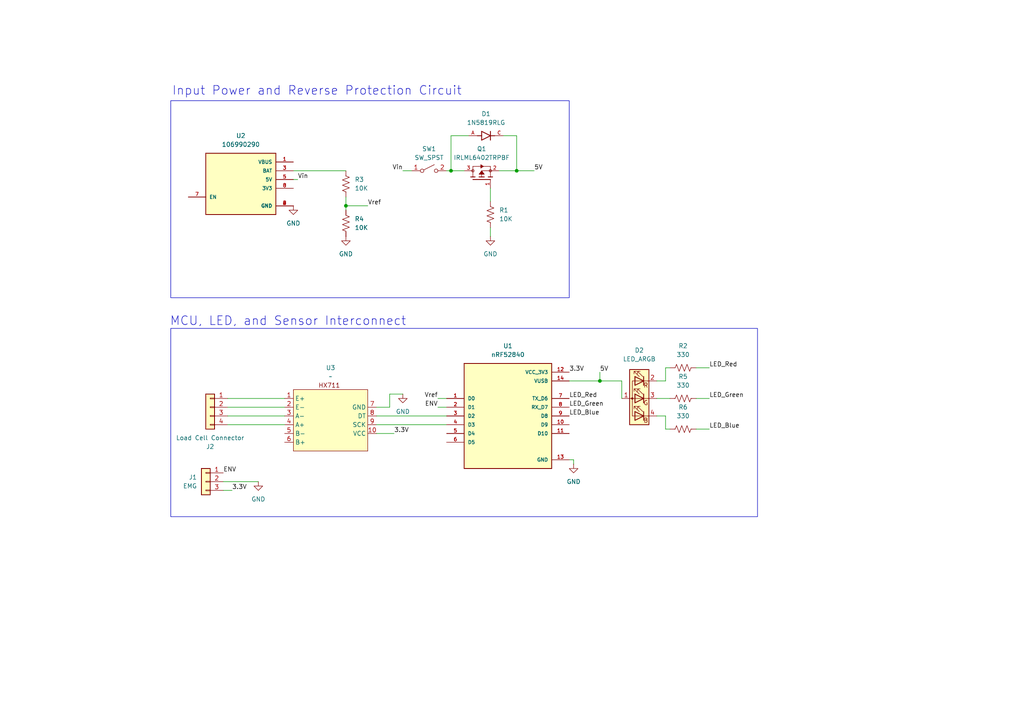
<source format=kicad_sch>
(kicad_sch (version 20250114) (generator "eeschema") (generator_version "9.0")
  (paper "A4")
  (lib_symbols
    (symbol "106990290:106990290" (pin_names (offset 1.016))
      (property "Reference" "U" (at -10.16 8.382 0))
      (property "Value" "106990290" (at -10.16 -12.7 0))
      (symbol "106990290_0_0"
        (rectangle (start -10.16 -10.16) (end 10.16 7.62) (stroke (width 0.254)) (fill (type background)))
        (pin input line (at -15.24 -5.08 0) (length 5.08) (name "EN") (number "7"))
        (pin power_in line (at 15.24 5.08 180) (length 5.08) (name "VBUS") (number "1"))
        (pin power_in line (at 15.24 2.54 180) (length 5.08) (name "BAT") (number "3"))
        (pin power_in line (at 15.24 0 180) (length 5.08) (name "5V") (number "5"))
        (pin power_in line (at 15.24 -2.54 180) (length 5.08) (name "3V3") (number "8"))
        (pin power_in line (at 15.24 -7.62 180) (length 5.08) (name "GND") (number "2"))
        (pin power_in line (at 15.24 -7.62 180) (length 5.08) (name "GND") (number "4"))
        (pin power_in line (at 15.24 -7.62 180) (length 5.08) (name "GND") (number "6"))
      )
    )
    (symbol "113991054:113991054" (pin_names (offset 1.016))
      (property "Reference" "U" (at -12.7 16.002 0))
      (property "Value" "113991054" (at -12.7 -17.78 0))
      (symbol "113991054_0_0"
        (rectangle (start -12.7 -15.24) (end 12.7 15.24) (stroke (width 0.254)) (fill (type background)))
        (pin bidirectional line (at -17.78 5.08 0) (length 5.08) (name "D0") (number "1"))
        (pin bidirectional line (at -17.78 2.54 0) (length 5.08) (name "D1") (number "2"))
        (pin bidirectional line (at -17.78 0 0) (length 5.08) (name "D2") (number "3"))
        (pin bidirectional line (at -17.78 -2.54 0) (length 5.08) (name "D3") (number "4"))
        (pin bidirectional line (at -17.78 -5.08 0) (length 5.08) (name "D4") (number "5"))
        (pin bidirectional line (at -17.78 -7.62 0) (length 5.08) (name "D5") (number "6"))
        (pin power_in line (at 17.78 12.7 180) (length 5.08) (name "VCC_3V3") (number "12"))
        (pin power_in line (at 17.78 10.16 180) (length 5.08) (name "VUSB") (number "14"))
        (pin bidirectional line (at 17.78 5.08 180) (length 5.08) (name "TX_D6") (number "7"))
        (pin bidirectional line (at 17.78 2.54 180) (length 5.08) (name "RX_D7") (number "8"))
        (pin bidirectional line (at 17.78 0 180) (length 5.08) (name "D8") (number "9"))
        (pin bidirectional line (at 17.78 -2.54 180) (length 5.08) (name "D9") (number "10"))
        (pin bidirectional line (at 17.78 -5.08 180) (length 5.08) (name "D10") (number "11"))
        (pin power_in line (at 17.78 -12.7 180) (length 5.08) (name "GND") (number "13"))
      )
    )
    (symbol "1N5819RLG:1N5819RLG" (pin_names (offset 1.016))
      (property "Reference" "D" (at -5.08 2.54 0))
      (property "Value" "1N5819RLG" (at -5.08 -3.81 0))
      (symbol "1N5819RLG_0_0"
        (polyline (pts (xy -2.54 0) (xy -1.27 0)) (stroke (width 0.254)))
        (polyline (pts (xy -1.27 1.27) (xy -1.27 0)) (stroke (width 0.254)))
        (polyline (pts (xy -1.27 0) (xy -1.27 -1.27)) (stroke (width 0.254)))
        (polyline (pts (xy -1.27 -1.27) (xy 1.27 0)) (stroke (width 0.254)))
        (polyline (pts (xy 1.27 1.27) (xy 1.27 0)) (stroke (width 0.254)))
        (polyline (pts (xy 1.27 0) (xy -1.27 1.27)) (stroke (width 0.254)))
        (polyline (pts (xy 1.27 0) (xy 1.27 -1.27)) (stroke (width 0.254)))
        (polyline (pts (xy 1.27 0) (xy 2.54 0)) (stroke (width 0.254)))
        (pin passive line (at -5.08 0 0) (length 2.54) (name "~") (number "A"))
        (pin passive line (at 5.08 0 180) (length 2.54) (name "~") (number "C"))
      )
    )
    (symbol "Connector_Generic:Conn_01x03" (pin_names (offset 1.016) (hide yes))
      (property "Reference" "J" (at 0 5.08 0))
      (property "Value" "Conn_01x03" (at 0 -5.08 0))
      (symbol "Conn_01x03_1_1"
        (rectangle (start -1.27 3.81) (end 1.27 -3.81) (stroke (width 0.254)) (fill (type background)))
        (rectangle (start -1.27 2.667) (end 0 2.413) (stroke (width 0.1524)))
        (rectangle (start -1.27 0.127) (end 0 -0.127) (stroke (width 0.1524)))
        (rectangle (start -1.27 -2.413) (end 0 -2.667) (stroke (width 0.1524)))
        (pin passive line (at -5.08 2.54 0) (length 3.81) (name "Pin_1") (number "1"))
        (pin passive line (at -5.08 0 0) (length 3.81) (name "Pin_2") (number "2"))
        (pin passive line (at -5.08 -2.54 0) (length 3.81) (name "Pin_3") (number "3"))
      )
    )
    (symbol "Connector_Generic:Conn_01x04" (pin_names (offset 1.016) (hide yes))
      (property "Reference" "J" (at 0 5.08 0))
      (property "Value" "Conn_01x04" (at 0 -7.62 0))
      (symbol "Conn_01x04_1_1"
        (rectangle (start -1.27 3.81) (end 1.27 -6.35) (stroke (width 0.254)) (fill (type background)))
        (rectangle (start -1.27 2.667) (end 0 2.413) (stroke (width 0.1524)))
        (rectangle (start -1.27 0.127) (end 0 -0.127) (stroke (width 0.1524)))
        (rectangle (start -1.27 -2.413) (end 0 -2.667) (stroke (width 0.1524)))
        (rectangle (start -1.27 -4.953) (end 0 -5.207) (stroke (width 0.1524)))
        (pin passive line (at -5.08 2.54 0) (length 3.81) (name "Pin_1") (number "1"))
        (pin passive line (at -5.08 0 0) (length 3.81) (name "Pin_2") (number "2"))
        (pin passive line (at -5.08 -2.54 0) (length 3.81) (name "Pin_3") (number "3"))
        (pin passive line (at -5.08 -5.08 0) (length 3.81) (name "Pin_4") (number "4"))
      )
    )
    (symbol "Device:LED_ARGB" (pin_names (offset 0) (hide yes))
      (property "Reference" "D" (at 0 9.398 0))
      (property "Value" "LED_ARGB" (at 0 -8.89 0))
      (symbol "LED_ARGB_0_0"
        (text "R" (at -1.905 3.81 0) (effects (font (size 1.27 1.27))))
        (text "G" (at -1.905 -1.27 0) (effects (font (size 1.27 1.27))))
        (text "B" (at -1.905 -6.35 0) (effects (font (size 1.27 1.27))))
      )
      (symbol "LED_ARGB_0_1"
        (polyline (pts (xy -1.27 6.35) (xy -1.27 3.81)) (stroke (width 0.254)))
        (polyline (pts (xy -1.27 6.35) (xy -1.27 3.81) (xy -1.27 3.81)))
        (polyline (pts (xy -1.27 5.08) (xy -2.54 5.08)))
        (polyline (pts (xy -1.27 5.08) (xy 1.27 5.08)))
        (polyline (pts (xy -1.27 1.27) (xy -1.27 -1.27)) (stroke (width 0.254)))
        (polyline (pts (xy -1.27 1.27) (xy -1.27 -1.27) (xy -1.27 -1.27)))
        (polyline (pts (xy -1.27 0) (xy -2.54 0)))
        (polyline (pts (xy -1.27 -3.81) (xy -1.27 -6.35)) (stroke (width 0.254)))
        (polyline (pts (xy -1.27 -5.08) (xy -2.54 -5.08)))
        (polyline (pts (xy -1.27 -5.08) (xy 1.27 -5.08)))
        (polyline (pts (xy -1.016 6.35) (xy 0.508 7.874) (xy -0.254 7.874) (xy 0.508 7.874) (xy 0.508 7.112)))
        (polyline (pts (xy -1.016 1.27) (xy 0.508 2.794) (xy -0.254 2.794) (xy 0.508 2.794) (xy 0.508 2.032)))
        (polyline (pts (xy -1.016 -3.81) (xy 0.508 -2.286) (xy -0.254 -2.286) (xy 0.508 -2.286) (xy 0.508 -3.048)))
        (polyline (pts (xy 0 6.35) (xy 1.524 7.874) (xy 0.762 7.874) (xy 1.524 7.874) (xy 1.524 7.112)))
        (polyline (pts (xy 0 1.27) (xy 1.524 2.794) (xy 0.762 2.794) (xy 1.524 2.794) (xy 1.524 2.032)))
        (polyline (pts (xy 0 -3.81) (xy 1.524 -2.286) (xy 0.762 -2.286) (xy 1.524 -2.286) (xy 1.524 -3.048)))
        (polyline (pts (xy 1.27 6.35) (xy 1.27 3.81) (xy -1.27 5.08) (xy 1.27 6.35)) (stroke (width 0.254)))
        (rectangle (start 1.27 6.35) (end 1.27 6.35))
        (rectangle (start 1.27 3.81) (end 1.27 6.35))
        (polyline (pts (xy 1.27 1.27) (xy 1.27 -1.27) (xy -1.27 0) (xy 1.27 1.27)) (stroke (width 0.254)))
        (rectangle (start 1.27 1.27) (end 1.27 1.27))
        (polyline (pts (xy 1.27 0) (xy -1.27 0)))
        (polyline (pts (xy 1.27 0) (xy 2.54 0)))
        (rectangle (start 1.27 -1.27) (end 1.27 1.27))
        (polyline (pts (xy 1.27 -3.81) (xy 1.27 -6.35) (xy -1.27 -5.08) (xy 1.27 -3.81)) (stroke (width 0.254)))
        (polyline (pts (xy 1.27 -5.08) (xy 2.032 -5.08) (xy 2.032 5.08) (xy 1.27 5.08)))
        (circle (center 2.032 0) (radius 0.254) (fill (type outline)))
        (rectangle (start 2.794 8.382) (end -2.794 -7.62) (stroke (width 0.254)) (fill (type background)))
      )
      (symbol "LED_ARGB_1_1"
        (pin passive line (at -5.08 5.08 0) (length 2.54) (name "RK") (number "2"))
        (pin passive line (at -5.08 0 0) (length 2.54) (name "GK") (number "3"))
        (pin passive line (at -5.08 -5.08 0) (length 2.54) (name "BK") (number "4"))
        (pin passive line (at 5.08 0 180) (length 2.54) (name "A") (number "1"))
      )
    )
    (symbol "Device:R_US" (pin_numbers (hide yes)) (pin_names (offset 0))
      (property "Reference" "R" (at 2.54 0 90))
      (property "Value" "R_US" (at -2.54 0 90))
      (symbol "R_US_0_1"
        (polyline (pts (xy 0 2.286) (xy 0 2.54)))
        (polyline (pts (xy 0 2.286) (xy 1.016 1.905) (xy 0 1.524) (xy -1.016 1.143) (xy 0 0.762)))
        (polyline (pts (xy 0 0.762) (xy 1.016 0.381) (xy 0 0) (xy -1.016 -0.381) (xy 0 -0.762)))
        (polyline (pts (xy 0 -0.762) (xy 1.016 -1.143) (xy 0 -1.524) (xy -1.016 -1.905) (xy 0 -2.286)))
        (polyline (pts (xy 0 -2.286) (xy 0 -2.54)))
      )
      (symbol "R_US_1_1"
        (pin passive line (at 0 3.81 270) (length 1.27) (name "~") (number "1"))
        (pin passive line (at 0 -3.81 90) (length 1.27) (name "~") (number "2"))
      )
    )
    (symbol "HX711:HX711"
      (property "Reference" "U" (at 0 -1.27 0))
      (symbol "HX711_1_1"
        (rectangle (start -10.16 17.78) (end 11.43 0) (fill (type background)))
        (text "HX711\n" (at 0.254 19.05 0) (effects (font (size 1.27 1.27))))
        (pin input line (at -12.7 15.24 0) (length 2.54) (name "E+") (number "1"))
        (pin input line (at -12.7 12.7 0) (length 2.54) (name "E-") (number "2"))
        (pin input line (at -12.7 10.16 0) (length 2.54) (name "A-") (number "3"))
        (pin input line (at -12.7 7.62 0) (length 2.54) (name "A+") (number "4"))
        (pin input line (at -12.7 5.08 0) (length 2.54) (name "B-") (number "5"))
        (pin input line (at -12.7 2.54 0) (length 2.54) (name "B+") (number "6"))
        (pin input line (at 13.97 12.7 180) (length 2.54) (name "GND") (number "7"))
        (pin input line (at 13.97 10.16 180) (length 2.54) (name "DT") (number "8"))
        (pin input line (at 13.97 7.62 180) (length 2.54) (name "SCK") (number "9"))
        (pin input line (at 13.97 5.08 180) (length 2.54) (name "VCC") (number "10"))
      )
    )
    (symbol "IRLML6402TRPBF:IRLML6402TRPBF" (pin_names (offset 1.016))
      (property "Reference" "Q" (at -11.43 3.81 0))
      (property "Value" "IRLML6402TRPBF" (at -11.43 -8.89 0))
      (symbol "IRLML6402TRPBF_0_0"
        (polyline (pts (xy -2.54 2.54) (xy -2.54 -2.54)) (stroke (width 0.254)))
        (polyline (pts (xy -1.778 3.175) (xy -1.778 2.54)) (stroke (width 0.254)))
        (polyline (pts (xy -1.778 2.54) (xy -1.778 1.905)) (stroke (width 0.254)))
        (polyline (pts (xy -1.778 2.54) (xy 1.27 2.54)) (stroke (width 0.1524)))
        (polyline (pts (xy -1.778 0.762) (xy -1.778 0)) (stroke (width 0.254)))
        (polyline (pts (xy -1.778 0) (xy -1.778 -0.762)) (stroke (width 0.254)))
        (polyline (pts (xy -1.778 0) (xy 0 0)) (stroke (width 0.1524)))
        (polyline (pts (xy -1.778 -1.905) (xy -1.778 -2.54)) (stroke (width 0.254)))
        (polyline (pts (xy -1.778 -2.54) (xy -1.778 -3.175)) (stroke (width 0.254)))
        (circle (center 0 2.54) (radius 0.3592))
        (polyline (pts (xy 0 0) (xy 0 -2.54)) (stroke (width 0.1524)))
        (polyline (pts (xy 0 0) (xy -1.016 -0.762) (xy -1.016 0.762) (xy 0 0)) (stroke (width 0.1524)) (fill (type outline)))
        (polyline (pts (xy 0 -2.54) (xy -1.778 -2.54)) (stroke (width 0.1524)))
        (polyline (pts (xy 0 -2.54) (xy 1.27 -2.54)) (stroke (width 0.1524)))
        (circle (center 0 -2.54) (radius 0.3592))
        (polyline (pts (xy 1.27 2.54) (xy 1.27 -0.508)) (stroke (width 0.1524)))
        (polyline (pts (xy 1.27 -0.508) (xy 1.27 -2.54)) (stroke (width 0.1524)))
        (polyline (pts (xy 1.27 -0.508) (xy 1.778 0.254) (xy 0.762 0.254) (xy 1.27 -0.508)) (stroke (width 0.1524)) (fill (type outline)))
        (pin passive line (at -5.08 -2.54 0) (length 2.54) (name "~") (number "1"))
        (pin passive line (at 0 5.08 270) (length 2.54) (name "~") (number "3"))
        (pin passive line (at 0 -5.08 90) (length 2.54) (name "~") (number "2"))
      )
    )
    (symbol "Switch:SW_SPST" (pin_names (offset 0) (hide yes))
      (property "Reference" "SW" (at 0 3.175 0))
      (property "Value" "SW_SPST" (at 0 -2.54 0))
      (symbol "SW_SPST_0_0"
        (circle (center -2.032 0) (radius 0.508))
        (polyline (pts (xy -1.524 0.254) (xy 1.524 1.778)))
        (circle (center 2.032 0) (radius 0.508))
      )
      (symbol "SW_SPST_1_1"
        (pin passive line (at -5.08 0 0) (length 2.54) (name "A") (number "1"))
        (pin passive line (at 5.08 0 180) (length 2.54) (name "B") (number "2"))
      )
    )
    (symbol "power:GND" (power) (pin_numbers (hide yes)) (pin_names (offset 0) (hide yes))
      (property "Value" "GND" (at 0 -3.81 0))
      (symbol "GND_0_1"
        (polyline (pts (xy 0 0) (xy 0 -1.27) (xy 1.27 -1.27) (xy 0 -2.54) (xy -1.27 -1.27) (xy 0 -1.27)))
      )
      (symbol "GND_1_1"
        (pin power_in line (at 0 0 270) (length 0) (name "~") (number "1"))
      )
    )
  )
  (rectangle (start 49.53 95.25) (end 219.71 149.86))
  (rectangle (start 49.53 29.21) (end 165.1 86.36))
  (text "MCU, LED, and Sensor Interconnect" (at 83.566 93.218 0) (effects (font (size 2.54 2.54))))
  (text "Input Power and Reverse Protection Circuit\n" (at 91.948 26.416 0) (effects (font (size 2.54 2.54))))
  (junction (at 149.86 49.53))
  (junction (at 173.99 110.49))
  (junction (at 100.33 59.69))
  (junction (at 130.81 49.53))
  (wire (pts (xy 201.93 124.46) (xy 205.74 124.46)))
  (wire (pts (xy 193.04 124.46) (xy 194.31 124.46)))
  (wire (pts (xy 142.24 54.61) (xy 142.24 58.42)))
  (wire (pts (xy 113.03 114.3) (xy 113.03 118.11)))
  (wire (pts (xy 100.33 59.69) (xy 106.68 59.69)))
  (wire (pts (xy 135.89 39.37) (xy 130.81 39.37)))
  (wire (pts (xy 109.22 123.19) (xy 129.54 123.19)))
  (wire (pts (xy 67.31 142.24) (xy 64.77 142.24)))
  (wire (pts (xy 127 118.11) (xy 129.54 118.11)))
  (wire (pts (xy 165.1 110.49) (xy 173.99 110.49)))
  (wire (pts (xy 146.05 39.37) (xy 149.86 39.37)))
  (wire (pts (xy 130.81 39.37) (xy 130.81 49.53)))
  (wire (pts (xy 66.04 115.57) (xy 82.55 115.57)))
  (wire (pts (xy 201.93 115.57) (xy 205.74 115.57)))
  (wire (pts (xy 190.5 115.57) (xy 194.31 115.57)))
  (wire (pts (xy 113.03 118.11) (xy 109.22 118.11)))
  (wire (pts (xy 149.86 39.37) (xy 149.86 49.53)))
  (wire (pts (xy 100.33 59.69) (xy 100.33 60.96)))
  (wire (pts (xy 116.84 114.3) (xy 113.03 114.3)))
  (wire (pts (xy 66.04 123.19) (xy 82.55 123.19)))
  (wire (pts (xy 109.22 125.73) (xy 114.3 125.73)))
  (wire (pts (xy 85.09 52.07) (xy 86.36 52.07)))
  (wire (pts (xy 144.78 49.53) (xy 149.86 49.53)))
  (wire (pts (xy 193.04 106.68) (xy 194.31 106.68)))
  (wire (pts (xy 85.09 49.53) (xy 100.33 49.53)))
  (wire (pts (xy 64.77 139.7) (xy 74.93 139.7)))
  (wire (pts (xy 127 115.57) (xy 129.54 115.57)))
  (wire (pts (xy 201.93 106.68) (xy 205.74 106.68)))
  (wire (pts (xy 109.22 120.65) (xy 129.54 120.65)))
  (wire (pts (xy 173.99 107.95) (xy 173.99 110.49)))
  (wire (pts (xy 190.5 120.65) (xy 193.04 120.65)))
  (wire (pts (xy 66.04 118.11) (xy 82.55 118.11)))
  (wire (pts (xy 116.84 49.53) (xy 119.38 49.53)))
  (wire (pts (xy 100.33 57.15) (xy 100.33 59.69)))
  (wire (pts (xy 149.86 49.53) (xy 154.94 49.53)))
  (wire (pts (xy 180.34 110.49) (xy 180.34 115.57)))
  (wire (pts (xy 166.37 134.62) (xy 166.37 133.35)))
  (wire (pts (xy 129.54 49.53) (xy 130.81 49.53)))
  (wire (pts (xy 190.5 110.49) (xy 193.04 110.49)))
  (wire (pts (xy 66.04 120.65) (xy 82.55 120.65)))
  (wire (pts (xy 193.04 120.65) (xy 193.04 124.46)))
  (wire (pts (xy 193.04 110.49) (xy 193.04 106.68)))
  (wire (pts (xy 130.81 49.53) (xy 134.62 49.53)))
  (wire (pts (xy 142.24 68.58) (xy 142.24 66.04)))
  (wire (pts (xy 166.37 133.35) (xy 165.1 133.35)))
  (wire (pts (xy 173.99 110.49) (xy 180.34 110.49)))
  (label "Vin" (at 116.84 49.53 180))
  (label "LED_Green" (at 205.74 115.57 0))
  (label "ENV" (at 64.77 137.16 0))
  (label "Vref" (at 106.68 59.69 0))
  (label "LED_Red" (at 205.74 106.68 0))
  (label "LED_Red" (at 165.1 115.57 0))
  (label "LED_Green" (at 165.1 118.11 0))
  (label "ENV" (at 127 118.11 180))
  (label "LED_Blue" (at 165.1 120.65 0))
  (label "5V" (at 173.99 107.95 0))
  (label "Vref" (at 127 115.57 180))
  (label "Vin" (at 86.36 52.07 0))
  (label "3.3V" (at 165.1 107.95 0))
  (label "3.3V" (at 67.31 142.24 0))
  (label "LED_Blue" (at 205.74 124.46 0))
  (label "5V" (at 154.94 49.53 0))
  (label "3.3V" (at 114.3 125.73 0))
  (symbol (lib_id "Device:R_US") (at 198.12 106.68 90) (unit 1)
    (property "Reference" "R2" (at 198.12 100.33 90))
    (property "Value" "330" (at 198.12 102.87 90))
    (property "Footprint" "Resistor_SMD:R_0805_2012Metric" (effects (hide yes)))
    (property "Description" "Resistor, US symbol" (effects (hide yes)))
  )
  (symbol (lib_id "Device:LED_ARGB") (at 185.42 115.57 0) (mirror y) (unit 1)
    (property "Reference" "D2" (at 185.42 101.6 0))
    (property "Value" "LED_ARGB" (at 185.42 104.14 0))
    (property "Footprint" "Connector_PinHeader_2.54mm:PinHeader_1x04_P2.54mm_Vertical" (effects (hide yes)))
    (property "Description" "RGB LED, anode/red/green/blue" (effects (hide yes)))
  )
  (symbol (lib_id "Device:R_US") (at 142.24 62.23 0) (unit 1)
    (property "Reference" "R1" (at 144.78 60.9599 0) (effects (justify left)))
    (property "Value" "10K" (at 144.78 63.4999 0) (effects (justify left)))
    (property "Footprint" "Resistor_SMD:R_0805_2012Metric" (effects (hide yes)))
    (property "Description" "Resistor, US symbol" (effects (hide yes)))
  )
  (symbol (lib_id "Device:R_US") (at 198.12 124.46 90) (unit 1)
    (property "Reference" "R6" (at 198.12 118.11 90))
    (property "Value" "330" (at 198.12 120.65 90))
    (property "Footprint" "Resistor_SMD:R_0805_2012Metric" (effects (hide yes)))
    (property "Description" "Resistor, US symbol" (effects (hide yes)))
  )
  (symbol (lib_id "power:GND") (at 166.37 134.62 0) (unit 1)
    (property "Reference" "#PWR02" (effects (hide yes)))
    (property "Value" "GND" (at 166.37 139.7 0))
    (property "Description" "Power symbol creates a global label with name \"GND\" , ground" (effects (hide yes)))
  )
  (symbol (lib_id "power:GND") (at 142.24 68.58 0) (unit 1)
    (property "Reference" "#PWR05" (effects (hide yes)))
    (property "Value" "GND" (at 142.24 73.66 0))
    (property "Description" "Power symbol creates a global label with name \"GND\" , ground" (effects (hide yes)))
  )
  (symbol (lib_id "Device:R_US") (at 100.33 53.34 0) (unit 1)
    (property "Reference" "R3" (at 102.87 52.0699 0) (effects (justify left)))
    (property "Value" "10K" (at 102.87 54.6099 0) (effects (justify left)))
    (property "Footprint" "Resistor_SMD:R_0805_2012Metric" (effects (hide yes)))
    (property "Description" "Resistor, US symbol" (effects (hide yes)))
  )
  (symbol (lib_id "Device:R_US") (at 100.33 64.77 0) (unit 1)
    (property "Reference" "R4" (at 102.87 63.4999 0) (effects (justify left)))
    (property "Value" "10K" (at 102.87 66.0399 0) (effects (justify left)))
    (property "Footprint" "Resistor_SMD:R_0805_2012Metric" (effects (hide yes)))
    (property "Description" "Resistor, US symbol" (effects (hide yes)))
  )
  (symbol (lib_id "power:GND") (at 85.09 59.69 0) (unit 1)
    (property "Reference" "#PWR03" (effects (hide yes)))
    (property "Value" "GND" (at 85.09 64.77 0))
    (property "Description" "Power symbol creates a global label with name \"GND\" , ground" (effects (hide yes)))
  )
  (symbol (lib_id "106990290:106990290") (at 69.85 52.07 0) (unit 1)
    (property "Reference" "U2" (at 69.85 39.37 0))
    (property "Value" "106990290" (at 69.85 41.91 0))
    (property "Footprint" "106990290:MODULE_106990290" (effects (hide yes)))
    (property "DigiKey_Part_Number" "1597-106990290-ND" (effects (hide yes)))
    (property "SnapEDA_Link" "https://www.snapeda.com/parts/106990290/Seeed+Studio/view-part/?ref=snap" (effects (hide yes)))
    (property "Description_1" "ETA9740 - Battery Charger Power Management Evaluation Board" (effects (hide yes)))
    (property "Package" "None" (effects (hide yes)))
    (property "Check_prices" "https://www.snapeda.com/parts/106990290/Seeed+Studio/view-part/?ref=eda" (effects (hide yes)))
    (property "STANDARD" "Manufacturer Recommendations" (effects (hide yes)))
    (property "PARTREV" "NA" (effects (hide yes)))
    (property "MF" "Seeed Technology Co., Ltd" (effects (hide yes)))
    (property "MP" "106990290" (effects (hide yes)))
    (property "MANUFACTURER" "Seeed Studio" (effects (hide yes)))
  )
  (symbol (lib_id "power:GND") (at 116.84 114.3 0) (unit 1)
    (property "Reference" "#PWR01" (effects (hide yes)))
    (property "Value" "GND" (at 116.84 119.38 0))
    (property "Description" "Power symbol creates a global label with name \"GND\" , ground" (effects (hide yes)))
  )
  (symbol (lib_id "power:GND") (at 100.33 68.58 0) (unit 1)
    (property "Reference" "#PWR04" (effects (hide yes)))
    (property "Value" "GND" (at 100.33 73.66 0))
    (property "Description" "Power symbol creates a global label with name \"GND\" , ground" (effects (hide yes)))
  )
  (symbol (lib_id "Connector_Generic:Conn_01x03") (at 59.69 139.7 0) (mirror y) (unit 1)
    (property "Reference" "J1" (at 57.15 138.4299 0) (effects (justify left)))
    (property "Value" "EMG" (at 57.15 140.9699 0) (effects (justify left)))
    (property "Footprint" "Connector_PinHeader_2.54mm:PinHeader_1x03_P2.54mm_Vertical" (effects (hide yes)))
    (property "Description" "Generic connector, single row, 01x03, script generated (kicad-library-utils/schlib/autogen/connector/)" (effects (hide yes)))
  )
  (symbol (lib_id "IRLML6402TRPBF:IRLML6402TRPBF") (at 139.7 49.53 90) (unit 1)
    (property "Reference" "Q1" (at 139.7 43.18 90))
    (property "Value" "IRLML6402TRPBF" (at 139.7 45.72 90))
    (property "Footprint" "IRLML6402TRPBF:SOT95P237X112-3N" (effects (hide yes)))
    (property "MF" "Infineon" (effects (hide yes)))
    (property "Description_1" "P-Channel 20 V 3.7A (Ta) 1.3W (Ta) Surface Mount Micro3â„¢ /SOT-23" (effects (hide yes)))
    (property "Package" "SOT-23-3 ON Semiconductor" (effects (hide yes)))
    (property "Price" "None" (effects (hide yes)))
    (property "Check_prices" "https://www.snapeda.com/parts/IRLML6402TRPBF/Infineon/view-part/?ref=eda" (effects (hide yes)))
    (property "STANDARD" "IPC-7351B" (effects (hide yes)))
    (property "PARTREV" "N/A" (effects (hide yes)))
    (property "SnapEDA_Link" "https://www.snapeda.com/parts/IRLML6402TRPBF/Infineon/view-part/?ref=snap" (effects (hide yes)))
    (property "MP" "IRLML6402TRPBF" (effects (hide yes)))
    (property "Availability" "In Stock" (effects (hide yes)))
    (property "MANUFACTURER" "International Rectifier" (effects (hide yes)))
  )
  (symbol (lib_id "Switch:SW_SPST") (at 124.46 49.53 0) (unit 1)
    (property "Reference" "SW1" (at 124.46 43.18 0))
    (property "Value" "SW_SPST" (at 124.46 45.72 0))
    (property "Footprint" "Connector_PinHeader_2.54mm:PinHeader_1x02_P2.54mm_Vertical" (effects (hide yes)))
    (property "Description" "Single Pole Single Throw (SPST) switch" (effects (hide yes)))
  )
  (symbol (lib_id "HX711:HX711") (at 95.25 130.81 0) (unit 1)
    (property "Reference" "U3" (at 95.885 106.68 0))
    (property "Value" "~" (at 95.885 109.22 0))
    (property "Footprint" "HX711:Untitled" (effects (hide yes)))
  )
  (symbol (lib_id "Connector_Generic:Conn_01x04") (at 60.96 118.11 0) (mirror y) (unit 1)
    (property "Reference" "J2" (at 60.96 129.54 0))
    (property "Value" "Load Cell Connector" (at 60.96 127 0))
    (property "Footprint" "Connector_PinHeader_2.54mm:PinHeader_1x04_P2.54mm_Vertical" (effects (hide yes)))
    (property "Description" "Generic connector, single row, 01x04, script generated (kicad-library-utils/schlib/autogen/connector/)" (effects (hide yes)))
  )
  (symbol (lib_id "power:GND") (at 74.93 139.7 0) (unit 1)
    (property "Reference" "#PWR06" (effects (hide yes)))
    (property "Value" "GND" (at 74.93 144.78 0))
    (property "Description" "Power symbol creates a global label with name \"GND\" , ground" (effects (hide yes)))
  )
  (symbol (lib_id "1N5819RLG:1N5819RLG") (at 140.97 39.37 0) (unit 1)
    (property "Reference" "D1" (at 140.97 33.02 0))
    (property "Value" "1N5819RLG" (at 140.97 35.56 0))
    (property "Footprint" "1N5819RLG:DIOAD1036W78L470D235" (effects (hide yes)))
    (property "MF" "onsemi" (effects (hide yes)))
    (property "MAXIMUM_PACKAGE_HEIGHT" "2.70 mm" (effects (hide yes)))
    (property "Package" "DO-41-2 ON Semiconductor" (effects (hide yes)))
    (property "Price" "None" (effects (hide yes)))
    (property "Check_prices" "https://www.snapeda.com/parts/1N5819RLG/Onsemi/view-part/?ref=eda" (effects (hide yes)))
    (property "STANDARD" "IPC-7351B" (effects (hide yes)))
    (property "PARTREV" "P2104" (effects (hide yes)))
    (property "SnapEDA_Link" "https://www.snapeda.com/parts/1N5819RLG/Onsemi/view-part/?ref=snap" (effects (hide yes)))
    (property "MP" "1N5819RLG" (effects (hide yes)))
    (property "Description_1" "Diode 40 V 1A Through Hole Axial" (effects (hide yes)))
    (property "Availability" "In Stock" (effects (hide yes)))
    (property "MANUFACTURER" "Taiwan Semiconductor" (effects (hide yes)))
  )
  (symbol (lib_id "Device:R_US") (at 198.12 115.57 270) (unit 1)
    (property "Reference" "R5" (at 198.12 109.22 90))
    (property "Value" "330" (at 198.12 111.76 90))
    (property "Footprint" "Resistor_SMD:R_0805_2012Metric" (effects (hide yes)))
    (property "Description" "Resistor, US symbol" (effects (hide yes)))
  )
  (symbol (lib_id "113991054:113991054") (at 147.32 120.65 0) (unit 1)
    (property "Reference" "U1" (at 147.32 100.33 0))
    (property "Value" "nRF52840" (at 147.32 102.87 0))
    (property "Footprint" "113991054:MODULE_113991054" (effects (hide yes)))
    (property "MF" "Seeed Technology Co., Ltd" (effects (hide yes)))
    (property "MAXIMUM_PACKAGE_HEIGHT" "N/A" (effects (hide yes)))
    (property "Package" "None" (effects (hide yes)))
    (property "Price" "None" (effects (hide yes)))
    (property "Check_prices" "https://www.snapeda.com/parts/113991054/Seeed+Studio/view-part/?ref=eda" (effects (hide yes)))
    (property "STANDARD" "Manufacturer Recommendations" (effects (hide yes)))
    (property "PARTREV" "23/05/2022" (effects (hide yes)))
    (property "SnapEDA_Link" "https://www.snapeda.com/parts/113991054/Seeed+Studio/view-part/?ref=snap" (effects (hide yes)))
    (property "MP" "113991054" (effects (hide yes)))
    (property "Description_1" "- ESP32-C3 Transceiver; 802.11 a/b/g/n (Wi-Fi, WiFi, WLAN), Bluetooth® Smart 4.x Low Energy (BLE) 2.4GHz Evaluation Board" (effects (hide yes)))
    (property "SNAPEDA_PN" "113991054" (effects (hide yes)))
    (property "Availability" "In Stock" (effects (hide yes)))
    (property "MANUFACTURER" "Seeed Technology" (effects (hide yes)))
  )
)
</source>
